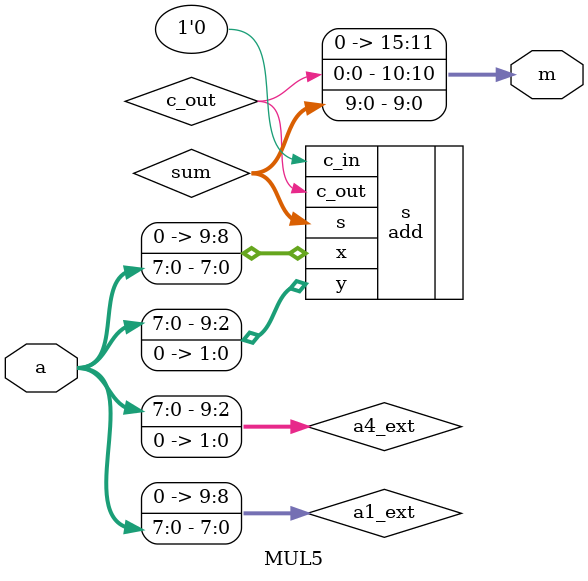
<source format=v>
module ABC(
    addr, data, ior_, iow_,
    clock, reset_ 
);
    inout [7:0] data;
    output [15:0] addr;
    output ior_, iow_;
    input clock, reset_;

    reg IOW_, IOR_;
    assign ior_ = IOR_;
    assign iow_ = IOW_;

    reg [15:0] ADDR;
    assign addr = ADDR;

    reg DIR;
    reg [7:0] DATA;
    assign data = (DIR == 1) ? DATA : 8'bZZ;

    reg [3:0] STAR;
    localparam 
        SA_0 = 0,
        SA_1 = 1,
        SA_2 = 2,
        SA_3 = 3,
        SA_4 = 4,
        SA_5 = 5,
        SB_0 = 6,
        SB_1 = 7,
        SB_2 = 8,
        SB_3 = 9,
        SB_4 = 10,
        SB_5 = 11;

    reg [7:0] A;
    wire [15:0] mul;
    MUL5 m5 (
        .a(A), .m(mul)
    );

    always @(reset_ == 0) #1 begin
        IOR_ <= 1;
        IOW_ <= 1;
        DIR <= 0;
        A <= 0;
        STAR <= SA_0;
    end

    always @(posedge clock) if(reset_ == 1) #3 begin
        casex (STAR)
            // Lettura da RSR di A
            SA_0: begin
                ADDR <= 16'h0100;
                DIR <= 0;
                STAR <= SA_1;
            end

            SA_1: begin
                IOR_ <= 0;
                STAR <= SA_2;
            end

            SA_2: begin
                IOR_ <= 1;
                STAR <= data[0] ? SA_3 : SA_0;  // controllo FI
            end

            // Lettura da RBR di A
            SA_3: begin
                ADDR <= 16'h0101;
                STAR <= SA_4;
            end
            
            SA_4: begin
                IOR_ <= 0;
                STAR <= SA_5;
            end

            SA_5: begin
                A <= data;
                IOR_ <= 1;
                STAR <= SB_0;
            end

            // Scrittura in TBR di B
            SB_0: begin
                DATA <= mul[15:8];
                ADDR <= 16'h0121;
                DIR <= 1;
                STAR <= SB_1;
            end

            SB_1: begin
                IOW_ <= 0;
                STAR <= SB_2;
            end

            SB_2: begin
                IOW_ <= 1;
                STAR <= SB_3;
            end

            SB_3: begin
                DATA <= mul[7:0];
                STAR <= SB_4;
            end

            SB_4: begin
                IOW_ <= 0;
                STAR <= SB_5;
            end

            SB_5: begin
                IOW_ <= 1;
                STAR <= SA_0;
            end

        endcase
    end

endmodule

module MUL5(a, m);
    input [7:0] a;
    output [15:0] m;

    wire [9:0] a1_ext;
    assign a1_ext = {2'b00, a};
    wire [9:0] a4_ext;
    assign a4_ext = {a, 2'b00};
    
    wire [9:0] sum;
    wire c_out;
    add #( .N(10) ) s (
        .x(a1_ext), .y(a4_ext), .c_in(1'b0),
        .s(sum), .c_out(c_out)
    );

    assign m = { 5'h00, c_out, sum };
endmodule
</source>
